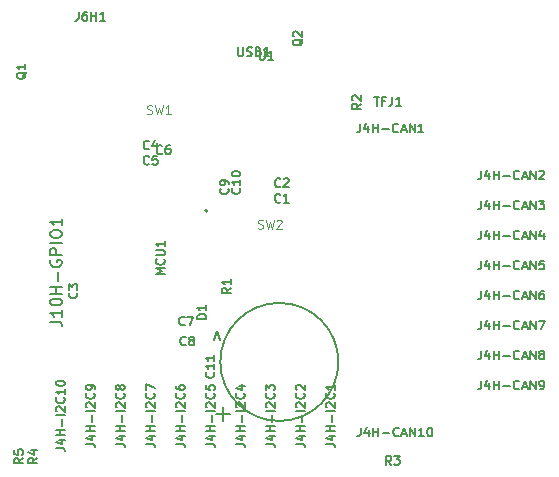
<source format=gto>
G04 (created by PCBNEW (25-Oct-2014 BZR 4029)-stable) date Sun 04 Oct 2015 01:48:44 PM EDT*
%MOIN*%
G04 Gerber Fmt 3.4, Leading zero omitted, Abs format*
%FSLAX34Y34*%
G01*
G70*
G90*
G04 APERTURE LIST*
%ADD10C,0.00590551*%
%ADD11C,0.00787402*%
%ADD12C,0.00492126*%
G04 APERTURE END LIST*
G54D10*
G54D11*
X75866Y-47165D02*
G75*
G03X75866Y-47165I-39J0D01*
G74*
G01*
G54D10*
X80236Y-52204D02*
G75*
G03X80236Y-52204I-1968J0D01*
G74*
G01*
X81425Y-43367D02*
X81594Y-43367D01*
X81510Y-43662D02*
X81510Y-43367D01*
X81791Y-43508D02*
X81692Y-43508D01*
X81692Y-43662D02*
X81692Y-43367D01*
X81833Y-43367D01*
X82030Y-43367D02*
X82030Y-43578D01*
X82016Y-43620D01*
X81988Y-43648D01*
X81946Y-43662D01*
X81917Y-43662D01*
X82325Y-43662D02*
X82156Y-43662D01*
X82241Y-43662D02*
X82241Y-43367D01*
X82213Y-43409D01*
X82185Y-43437D01*
X82156Y-43451D01*
X74450Y-49281D02*
X74154Y-49281D01*
X74365Y-49183D01*
X74154Y-49084D01*
X74450Y-49084D01*
X74422Y-48775D02*
X74436Y-48789D01*
X74450Y-48831D01*
X74450Y-48859D01*
X74436Y-48901D01*
X74408Y-48929D01*
X74379Y-48944D01*
X74323Y-48958D01*
X74281Y-48958D01*
X74225Y-48944D01*
X74197Y-48929D01*
X74169Y-48901D01*
X74154Y-48859D01*
X74154Y-48831D01*
X74169Y-48789D01*
X74183Y-48775D01*
X74154Y-48648D02*
X74393Y-48648D01*
X74422Y-48634D01*
X74436Y-48620D01*
X74450Y-48592D01*
X74450Y-48536D01*
X74436Y-48508D01*
X74422Y-48494D01*
X74393Y-48480D01*
X74154Y-48480D01*
X74450Y-48184D02*
X74450Y-48353D01*
X74450Y-48269D02*
X74154Y-48269D01*
X74197Y-48297D01*
X74225Y-48325D01*
X74239Y-48353D01*
G54D12*
X73858Y-43924D02*
X73900Y-43938D01*
X73970Y-43938D01*
X73998Y-43924D01*
X74012Y-43910D01*
X74026Y-43882D01*
X74026Y-43854D01*
X74012Y-43825D01*
X73998Y-43811D01*
X73970Y-43797D01*
X73914Y-43783D01*
X73886Y-43769D01*
X73872Y-43755D01*
X73858Y-43727D01*
X73858Y-43699D01*
X73872Y-43671D01*
X73886Y-43657D01*
X73914Y-43643D01*
X73984Y-43643D01*
X74026Y-43657D01*
X74125Y-43643D02*
X74195Y-43938D01*
X74251Y-43727D01*
X74308Y-43938D01*
X74378Y-43643D01*
X74645Y-43938D02*
X74476Y-43938D01*
X74561Y-43938D02*
X74561Y-43643D01*
X74533Y-43685D01*
X74505Y-43713D01*
X74476Y-43727D01*
X77559Y-47743D02*
X77601Y-47757D01*
X77671Y-47757D01*
X77699Y-47743D01*
X77713Y-47729D01*
X77727Y-47701D01*
X77727Y-47672D01*
X77713Y-47644D01*
X77699Y-47630D01*
X77671Y-47616D01*
X77615Y-47602D01*
X77587Y-47588D01*
X77573Y-47574D01*
X77559Y-47546D01*
X77559Y-47518D01*
X77573Y-47490D01*
X77587Y-47476D01*
X77615Y-47462D01*
X77685Y-47462D01*
X77727Y-47476D01*
X77826Y-47462D02*
X77896Y-47757D01*
X77952Y-47546D01*
X78008Y-47757D01*
X78079Y-47462D01*
X78177Y-47490D02*
X78191Y-47476D01*
X78219Y-47462D01*
X78290Y-47462D01*
X78318Y-47476D01*
X78332Y-47490D01*
X78346Y-47518D01*
X78346Y-47546D01*
X78332Y-47588D01*
X78163Y-47757D01*
X78346Y-47757D01*
G54D10*
X77609Y-41832D02*
X77609Y-42071D01*
X77623Y-42099D01*
X77637Y-42113D01*
X77665Y-42127D01*
X77722Y-42127D01*
X77750Y-42113D01*
X77764Y-42099D01*
X77778Y-42071D01*
X77778Y-41832D01*
X78073Y-42127D02*
X77904Y-42127D01*
X77989Y-42127D02*
X77989Y-41832D01*
X77961Y-41874D01*
X77933Y-41902D01*
X77904Y-41916D01*
X76888Y-41714D02*
X76888Y-41953D01*
X76902Y-41981D01*
X76916Y-41995D01*
X76944Y-42009D01*
X77000Y-42009D01*
X77028Y-41995D01*
X77043Y-41981D01*
X77057Y-41953D01*
X77057Y-41714D01*
X77183Y-41995D02*
X77225Y-42009D01*
X77296Y-42009D01*
X77324Y-41995D01*
X77338Y-41981D01*
X77352Y-41953D01*
X77352Y-41924D01*
X77338Y-41896D01*
X77324Y-41882D01*
X77296Y-41868D01*
X77239Y-41854D01*
X77211Y-41840D01*
X77197Y-41826D01*
X77183Y-41798D01*
X77183Y-41770D01*
X77197Y-41742D01*
X77211Y-41728D01*
X77239Y-41714D01*
X77310Y-41714D01*
X77352Y-41728D01*
X77577Y-41854D02*
X77619Y-41868D01*
X77633Y-41882D01*
X77647Y-41910D01*
X77647Y-41953D01*
X77633Y-41981D01*
X77619Y-41995D01*
X77591Y-42009D01*
X77478Y-42009D01*
X77478Y-41714D01*
X77577Y-41714D01*
X77605Y-41728D01*
X77619Y-41742D01*
X77633Y-41770D01*
X77633Y-41798D01*
X77619Y-41826D01*
X77605Y-41840D01*
X77577Y-41854D01*
X77478Y-41854D01*
X77928Y-42009D02*
X77760Y-42009D01*
X77844Y-42009D02*
X77844Y-41714D01*
X77816Y-41756D01*
X77788Y-41784D01*
X77760Y-41798D01*
X79045Y-41445D02*
X79031Y-41473D01*
X79003Y-41501D01*
X78960Y-41543D01*
X78946Y-41571D01*
X78946Y-41600D01*
X79017Y-41586D02*
X79003Y-41614D01*
X78974Y-41642D01*
X78918Y-41656D01*
X78820Y-41656D01*
X78764Y-41642D01*
X78735Y-41614D01*
X78721Y-41586D01*
X78721Y-41529D01*
X78735Y-41501D01*
X78764Y-41473D01*
X78820Y-41459D01*
X78918Y-41459D01*
X78974Y-41473D01*
X79003Y-41501D01*
X79017Y-41529D01*
X79017Y-41586D01*
X78750Y-41347D02*
X78735Y-41332D01*
X78721Y-41304D01*
X78721Y-41234D01*
X78735Y-41206D01*
X78750Y-41192D01*
X78778Y-41178D01*
X78806Y-41178D01*
X78848Y-41192D01*
X79017Y-41361D01*
X79017Y-41178D01*
X69832Y-42547D02*
X69818Y-42575D01*
X69790Y-42604D01*
X69748Y-42646D01*
X69734Y-42674D01*
X69734Y-42702D01*
X69804Y-42688D02*
X69790Y-42716D01*
X69762Y-42744D01*
X69706Y-42758D01*
X69607Y-42758D01*
X69551Y-42744D01*
X69523Y-42716D01*
X69509Y-42688D01*
X69509Y-42632D01*
X69523Y-42604D01*
X69551Y-42575D01*
X69607Y-42561D01*
X69706Y-42561D01*
X69762Y-42575D01*
X69790Y-42604D01*
X69804Y-42632D01*
X69804Y-42688D01*
X69804Y-42280D02*
X69804Y-42449D01*
X69804Y-42365D02*
X69509Y-42365D01*
X69551Y-42393D01*
X69579Y-42421D01*
X69593Y-42449D01*
X75828Y-50769D02*
X75532Y-50769D01*
X75532Y-50698D01*
X75546Y-50656D01*
X75575Y-50628D01*
X75603Y-50614D01*
X75659Y-50600D01*
X75701Y-50600D01*
X75757Y-50614D01*
X75785Y-50628D01*
X75814Y-50656D01*
X75828Y-50698D01*
X75828Y-50769D01*
X75828Y-50319D02*
X75828Y-50487D01*
X75828Y-50403D02*
X75532Y-50403D01*
X75575Y-50431D01*
X75603Y-50459D01*
X75617Y-50487D01*
X76077Y-51488D02*
X76190Y-51188D01*
X76302Y-51488D01*
X71574Y-40532D02*
X71574Y-40743D01*
X71560Y-40785D01*
X71532Y-40814D01*
X71490Y-40828D01*
X71462Y-40828D01*
X71841Y-40532D02*
X71785Y-40532D01*
X71757Y-40546D01*
X71743Y-40561D01*
X71715Y-40603D01*
X71701Y-40659D01*
X71701Y-40771D01*
X71715Y-40800D01*
X71729Y-40814D01*
X71757Y-40828D01*
X71813Y-40828D01*
X71841Y-40814D01*
X71856Y-40800D01*
X71870Y-40771D01*
X71870Y-40701D01*
X71856Y-40673D01*
X71841Y-40659D01*
X71813Y-40645D01*
X71757Y-40645D01*
X71729Y-40659D01*
X71715Y-40673D01*
X71701Y-40701D01*
X71996Y-40828D02*
X71996Y-40532D01*
X71996Y-40673D02*
X72165Y-40673D01*
X72165Y-40828D02*
X72165Y-40532D01*
X72460Y-40828D02*
X72291Y-40828D01*
X72376Y-40828D02*
X72376Y-40532D01*
X72348Y-40575D01*
X72320Y-40603D01*
X72291Y-40617D01*
X70824Y-55075D02*
X71035Y-55075D01*
X71077Y-55089D01*
X71105Y-55117D01*
X71119Y-55160D01*
X71119Y-55188D01*
X70922Y-54808D02*
X71119Y-54808D01*
X70810Y-54878D02*
X71021Y-54949D01*
X71021Y-54766D01*
X71119Y-54653D02*
X70824Y-54653D01*
X70964Y-54653D02*
X70964Y-54485D01*
X71119Y-54485D02*
X70824Y-54485D01*
X71007Y-54344D02*
X71007Y-54119D01*
X71119Y-53978D02*
X70824Y-53978D01*
X70852Y-53852D02*
X70838Y-53838D01*
X70824Y-53810D01*
X70824Y-53739D01*
X70838Y-53711D01*
X70852Y-53697D01*
X70880Y-53683D01*
X70908Y-53683D01*
X70950Y-53697D01*
X71119Y-53866D01*
X71119Y-53683D01*
X71091Y-53388D02*
X71105Y-53402D01*
X71119Y-53444D01*
X71119Y-53472D01*
X71105Y-53514D01*
X71077Y-53543D01*
X71049Y-53557D01*
X70992Y-53571D01*
X70950Y-53571D01*
X70894Y-53557D01*
X70866Y-53543D01*
X70838Y-53514D01*
X70824Y-53472D01*
X70824Y-53444D01*
X70838Y-53402D01*
X70852Y-53388D01*
X71119Y-53107D02*
X71119Y-53275D01*
X71119Y-53191D02*
X70824Y-53191D01*
X70866Y-53219D01*
X70894Y-53247D01*
X70908Y-53275D01*
X70824Y-52924D02*
X70824Y-52896D01*
X70838Y-52868D01*
X70852Y-52854D01*
X70880Y-52839D01*
X70936Y-52825D01*
X71007Y-52825D01*
X71063Y-52839D01*
X71091Y-52854D01*
X71105Y-52868D01*
X71119Y-52896D01*
X71119Y-52924D01*
X71105Y-52952D01*
X71091Y-52966D01*
X71063Y-52980D01*
X71007Y-52994D01*
X70936Y-52994D01*
X70880Y-52980D01*
X70852Y-52966D01*
X70838Y-52952D01*
X70824Y-52924D01*
X71824Y-54935D02*
X72035Y-54935D01*
X72077Y-54949D01*
X72105Y-54977D01*
X72119Y-55019D01*
X72119Y-55047D01*
X71922Y-54667D02*
X72119Y-54667D01*
X71810Y-54738D02*
X72021Y-54808D01*
X72021Y-54625D01*
X72119Y-54513D02*
X71824Y-54513D01*
X71964Y-54513D02*
X71964Y-54344D01*
X72119Y-54344D02*
X71824Y-54344D01*
X72007Y-54203D02*
X72007Y-53978D01*
X72119Y-53838D02*
X71824Y-53838D01*
X71852Y-53711D02*
X71838Y-53697D01*
X71824Y-53669D01*
X71824Y-53599D01*
X71838Y-53571D01*
X71852Y-53557D01*
X71880Y-53543D01*
X71908Y-53543D01*
X71950Y-53557D01*
X72119Y-53725D01*
X72119Y-53543D01*
X72091Y-53247D02*
X72105Y-53261D01*
X72119Y-53303D01*
X72119Y-53332D01*
X72105Y-53374D01*
X72077Y-53402D01*
X72049Y-53416D01*
X71992Y-53430D01*
X71950Y-53430D01*
X71894Y-53416D01*
X71866Y-53402D01*
X71838Y-53374D01*
X71824Y-53332D01*
X71824Y-53303D01*
X71838Y-53261D01*
X71852Y-53247D01*
X72119Y-53107D02*
X72119Y-53050D01*
X72105Y-53022D01*
X72091Y-53008D01*
X72049Y-52980D01*
X71992Y-52966D01*
X71880Y-52966D01*
X71852Y-52980D01*
X71838Y-52994D01*
X71824Y-53022D01*
X71824Y-53079D01*
X71838Y-53107D01*
X71852Y-53121D01*
X71880Y-53135D01*
X71950Y-53135D01*
X71978Y-53121D01*
X71992Y-53107D01*
X72007Y-53079D01*
X72007Y-53022D01*
X71992Y-52994D01*
X71978Y-52980D01*
X71950Y-52966D01*
X72824Y-54935D02*
X73035Y-54935D01*
X73077Y-54949D01*
X73105Y-54977D01*
X73119Y-55019D01*
X73119Y-55047D01*
X72922Y-54667D02*
X73119Y-54667D01*
X72810Y-54738D02*
X73021Y-54808D01*
X73021Y-54625D01*
X73119Y-54513D02*
X72824Y-54513D01*
X72964Y-54513D02*
X72964Y-54344D01*
X73119Y-54344D02*
X72824Y-54344D01*
X73007Y-54203D02*
X73007Y-53978D01*
X73119Y-53838D02*
X72824Y-53838D01*
X72852Y-53711D02*
X72838Y-53697D01*
X72824Y-53669D01*
X72824Y-53599D01*
X72838Y-53571D01*
X72852Y-53557D01*
X72880Y-53543D01*
X72908Y-53543D01*
X72950Y-53557D01*
X73119Y-53725D01*
X73119Y-53543D01*
X73091Y-53247D02*
X73105Y-53261D01*
X73119Y-53303D01*
X73119Y-53332D01*
X73105Y-53374D01*
X73077Y-53402D01*
X73049Y-53416D01*
X72992Y-53430D01*
X72950Y-53430D01*
X72894Y-53416D01*
X72866Y-53402D01*
X72838Y-53374D01*
X72824Y-53332D01*
X72824Y-53303D01*
X72838Y-53261D01*
X72852Y-53247D01*
X72950Y-53079D02*
X72936Y-53107D01*
X72922Y-53121D01*
X72894Y-53135D01*
X72880Y-53135D01*
X72852Y-53121D01*
X72838Y-53107D01*
X72824Y-53079D01*
X72824Y-53022D01*
X72838Y-52994D01*
X72852Y-52980D01*
X72880Y-52966D01*
X72894Y-52966D01*
X72922Y-52980D01*
X72936Y-52994D01*
X72950Y-53022D01*
X72950Y-53079D01*
X72964Y-53107D01*
X72978Y-53121D01*
X73007Y-53135D01*
X73063Y-53135D01*
X73091Y-53121D01*
X73105Y-53107D01*
X73119Y-53079D01*
X73119Y-53022D01*
X73105Y-52994D01*
X73091Y-52980D01*
X73063Y-52966D01*
X73007Y-52966D01*
X72978Y-52980D01*
X72964Y-52994D01*
X72950Y-53022D01*
X73824Y-54935D02*
X74035Y-54935D01*
X74077Y-54949D01*
X74105Y-54977D01*
X74119Y-55019D01*
X74119Y-55047D01*
X73922Y-54667D02*
X74119Y-54667D01*
X73810Y-54738D02*
X74021Y-54808D01*
X74021Y-54625D01*
X74119Y-54513D02*
X73824Y-54513D01*
X73964Y-54513D02*
X73964Y-54344D01*
X74119Y-54344D02*
X73824Y-54344D01*
X74007Y-54203D02*
X74007Y-53978D01*
X74119Y-53838D02*
X73824Y-53838D01*
X73852Y-53711D02*
X73838Y-53697D01*
X73824Y-53669D01*
X73824Y-53599D01*
X73838Y-53571D01*
X73852Y-53557D01*
X73880Y-53543D01*
X73908Y-53543D01*
X73950Y-53557D01*
X74119Y-53725D01*
X74119Y-53543D01*
X74091Y-53247D02*
X74105Y-53261D01*
X74119Y-53303D01*
X74119Y-53332D01*
X74105Y-53374D01*
X74077Y-53402D01*
X74049Y-53416D01*
X73992Y-53430D01*
X73950Y-53430D01*
X73894Y-53416D01*
X73866Y-53402D01*
X73838Y-53374D01*
X73824Y-53332D01*
X73824Y-53303D01*
X73838Y-53261D01*
X73852Y-53247D01*
X73824Y-53149D02*
X73824Y-52952D01*
X74119Y-53079D01*
X74824Y-54935D02*
X75035Y-54935D01*
X75077Y-54949D01*
X75105Y-54977D01*
X75119Y-55019D01*
X75119Y-55047D01*
X74922Y-54667D02*
X75119Y-54667D01*
X74810Y-54738D02*
X75021Y-54808D01*
X75021Y-54625D01*
X75119Y-54513D02*
X74824Y-54513D01*
X74964Y-54513D02*
X74964Y-54344D01*
X75119Y-54344D02*
X74824Y-54344D01*
X75007Y-54203D02*
X75007Y-53978D01*
X75119Y-53838D02*
X74824Y-53838D01*
X74852Y-53711D02*
X74838Y-53697D01*
X74824Y-53669D01*
X74824Y-53599D01*
X74838Y-53571D01*
X74852Y-53557D01*
X74880Y-53543D01*
X74908Y-53543D01*
X74950Y-53557D01*
X75119Y-53725D01*
X75119Y-53543D01*
X75091Y-53247D02*
X75105Y-53261D01*
X75119Y-53303D01*
X75119Y-53332D01*
X75105Y-53374D01*
X75077Y-53402D01*
X75049Y-53416D01*
X74992Y-53430D01*
X74950Y-53430D01*
X74894Y-53416D01*
X74866Y-53402D01*
X74838Y-53374D01*
X74824Y-53332D01*
X74824Y-53303D01*
X74838Y-53261D01*
X74852Y-53247D01*
X74824Y-52994D02*
X74824Y-53050D01*
X74838Y-53079D01*
X74852Y-53093D01*
X74894Y-53121D01*
X74950Y-53135D01*
X75063Y-53135D01*
X75091Y-53121D01*
X75105Y-53107D01*
X75119Y-53079D01*
X75119Y-53022D01*
X75105Y-52994D01*
X75091Y-52980D01*
X75063Y-52966D01*
X74992Y-52966D01*
X74964Y-52980D01*
X74950Y-52994D01*
X74936Y-53022D01*
X74936Y-53079D01*
X74950Y-53107D01*
X74964Y-53121D01*
X74992Y-53135D01*
X75824Y-54935D02*
X76035Y-54935D01*
X76077Y-54949D01*
X76105Y-54977D01*
X76119Y-55019D01*
X76119Y-55047D01*
X75922Y-54667D02*
X76119Y-54667D01*
X75810Y-54738D02*
X76021Y-54808D01*
X76021Y-54625D01*
X76119Y-54513D02*
X75824Y-54513D01*
X75964Y-54513D02*
X75964Y-54344D01*
X76119Y-54344D02*
X75824Y-54344D01*
X76007Y-54203D02*
X76007Y-53978D01*
X76119Y-53838D02*
X75824Y-53838D01*
X75852Y-53711D02*
X75838Y-53697D01*
X75824Y-53669D01*
X75824Y-53599D01*
X75838Y-53571D01*
X75852Y-53557D01*
X75880Y-53543D01*
X75908Y-53543D01*
X75950Y-53557D01*
X76119Y-53725D01*
X76119Y-53543D01*
X76091Y-53247D02*
X76105Y-53261D01*
X76119Y-53303D01*
X76119Y-53332D01*
X76105Y-53374D01*
X76077Y-53402D01*
X76049Y-53416D01*
X75992Y-53430D01*
X75950Y-53430D01*
X75894Y-53416D01*
X75866Y-53402D01*
X75838Y-53374D01*
X75824Y-53332D01*
X75824Y-53303D01*
X75838Y-53261D01*
X75852Y-53247D01*
X75824Y-52980D02*
X75824Y-53121D01*
X75964Y-53135D01*
X75950Y-53121D01*
X75936Y-53093D01*
X75936Y-53022D01*
X75950Y-52994D01*
X75964Y-52980D01*
X75992Y-52966D01*
X76063Y-52966D01*
X76091Y-52980D01*
X76105Y-52994D01*
X76119Y-53022D01*
X76119Y-53093D01*
X76105Y-53121D01*
X76091Y-53135D01*
X76824Y-54935D02*
X77035Y-54935D01*
X77077Y-54949D01*
X77105Y-54977D01*
X77119Y-55019D01*
X77119Y-55047D01*
X76922Y-54667D02*
X77119Y-54667D01*
X76810Y-54738D02*
X77021Y-54808D01*
X77021Y-54625D01*
X77119Y-54513D02*
X76824Y-54513D01*
X76964Y-54513D02*
X76964Y-54344D01*
X77119Y-54344D02*
X76824Y-54344D01*
X77007Y-54203D02*
X77007Y-53978D01*
X77119Y-53838D02*
X76824Y-53838D01*
X76852Y-53711D02*
X76838Y-53697D01*
X76824Y-53669D01*
X76824Y-53599D01*
X76838Y-53571D01*
X76852Y-53557D01*
X76880Y-53543D01*
X76908Y-53543D01*
X76950Y-53557D01*
X77119Y-53725D01*
X77119Y-53543D01*
X77091Y-53247D02*
X77105Y-53261D01*
X77119Y-53303D01*
X77119Y-53332D01*
X77105Y-53374D01*
X77077Y-53402D01*
X77049Y-53416D01*
X76992Y-53430D01*
X76950Y-53430D01*
X76894Y-53416D01*
X76866Y-53402D01*
X76838Y-53374D01*
X76824Y-53332D01*
X76824Y-53303D01*
X76838Y-53261D01*
X76852Y-53247D01*
X76922Y-52994D02*
X77119Y-52994D01*
X76810Y-53064D02*
X77021Y-53135D01*
X77021Y-52952D01*
X78824Y-54935D02*
X79035Y-54935D01*
X79077Y-54949D01*
X79105Y-54977D01*
X79119Y-55019D01*
X79119Y-55047D01*
X78922Y-54667D02*
X79119Y-54667D01*
X78810Y-54738D02*
X79021Y-54808D01*
X79021Y-54625D01*
X79119Y-54513D02*
X78824Y-54513D01*
X78964Y-54513D02*
X78964Y-54344D01*
X79119Y-54344D02*
X78824Y-54344D01*
X79007Y-54203D02*
X79007Y-53978D01*
X79119Y-53838D02*
X78824Y-53838D01*
X78852Y-53711D02*
X78838Y-53697D01*
X78824Y-53669D01*
X78824Y-53599D01*
X78838Y-53571D01*
X78852Y-53557D01*
X78880Y-53543D01*
X78908Y-53543D01*
X78950Y-53557D01*
X79119Y-53725D01*
X79119Y-53543D01*
X79091Y-53247D02*
X79105Y-53261D01*
X79119Y-53303D01*
X79119Y-53332D01*
X79105Y-53374D01*
X79077Y-53402D01*
X79049Y-53416D01*
X78992Y-53430D01*
X78950Y-53430D01*
X78894Y-53416D01*
X78866Y-53402D01*
X78838Y-53374D01*
X78824Y-53332D01*
X78824Y-53303D01*
X78838Y-53261D01*
X78852Y-53247D01*
X78852Y-53135D02*
X78838Y-53121D01*
X78824Y-53093D01*
X78824Y-53022D01*
X78838Y-52994D01*
X78852Y-52980D01*
X78880Y-52966D01*
X78908Y-52966D01*
X78950Y-52980D01*
X79119Y-53149D01*
X79119Y-52966D01*
X84994Y-45824D02*
X84994Y-46035D01*
X84980Y-46077D01*
X84952Y-46105D01*
X84910Y-46119D01*
X84882Y-46119D01*
X85261Y-45922D02*
X85261Y-46119D01*
X85191Y-45810D02*
X85121Y-46021D01*
X85303Y-46021D01*
X85416Y-46119D02*
X85416Y-45824D01*
X85416Y-45964D02*
X85585Y-45964D01*
X85585Y-46119D02*
X85585Y-45824D01*
X85725Y-46007D02*
X85950Y-46007D01*
X86260Y-46091D02*
X86246Y-46105D01*
X86203Y-46119D01*
X86175Y-46119D01*
X86133Y-46105D01*
X86105Y-46077D01*
X86091Y-46049D01*
X86077Y-45992D01*
X86077Y-45950D01*
X86091Y-45894D01*
X86105Y-45866D01*
X86133Y-45838D01*
X86175Y-45824D01*
X86203Y-45824D01*
X86246Y-45838D01*
X86260Y-45852D01*
X86372Y-46035D02*
X86513Y-46035D01*
X86344Y-46119D02*
X86442Y-45824D01*
X86541Y-46119D01*
X86639Y-46119D02*
X86639Y-45824D01*
X86808Y-46119D01*
X86808Y-45824D01*
X86935Y-45852D02*
X86949Y-45838D01*
X86977Y-45824D01*
X87047Y-45824D01*
X87075Y-45838D01*
X87089Y-45852D01*
X87103Y-45880D01*
X87103Y-45908D01*
X87089Y-45950D01*
X86920Y-46119D01*
X87103Y-46119D01*
X84994Y-46824D02*
X84994Y-47035D01*
X84980Y-47077D01*
X84952Y-47105D01*
X84910Y-47119D01*
X84882Y-47119D01*
X85261Y-46922D02*
X85261Y-47119D01*
X85191Y-46810D02*
X85121Y-47021D01*
X85303Y-47021D01*
X85416Y-47119D02*
X85416Y-46824D01*
X85416Y-46964D02*
X85585Y-46964D01*
X85585Y-47119D02*
X85585Y-46824D01*
X85725Y-47007D02*
X85950Y-47007D01*
X86260Y-47091D02*
X86246Y-47105D01*
X86203Y-47119D01*
X86175Y-47119D01*
X86133Y-47105D01*
X86105Y-47077D01*
X86091Y-47049D01*
X86077Y-46992D01*
X86077Y-46950D01*
X86091Y-46894D01*
X86105Y-46866D01*
X86133Y-46838D01*
X86175Y-46824D01*
X86203Y-46824D01*
X86246Y-46838D01*
X86260Y-46852D01*
X86372Y-47035D02*
X86513Y-47035D01*
X86344Y-47119D02*
X86442Y-46824D01*
X86541Y-47119D01*
X86639Y-47119D02*
X86639Y-46824D01*
X86808Y-47119D01*
X86808Y-46824D01*
X86920Y-46824D02*
X87103Y-46824D01*
X87005Y-46936D01*
X87047Y-46936D01*
X87075Y-46950D01*
X87089Y-46964D01*
X87103Y-46992D01*
X87103Y-47063D01*
X87089Y-47091D01*
X87075Y-47105D01*
X87047Y-47119D01*
X86963Y-47119D01*
X86935Y-47105D01*
X86920Y-47091D01*
X80963Y-44257D02*
X80963Y-44468D01*
X80949Y-44510D01*
X80920Y-44538D01*
X80878Y-44552D01*
X80850Y-44552D01*
X81230Y-44355D02*
X81230Y-44552D01*
X81160Y-44243D02*
X81089Y-44454D01*
X81272Y-44454D01*
X81384Y-44552D02*
X81384Y-44257D01*
X81384Y-44397D02*
X81553Y-44397D01*
X81553Y-44552D02*
X81553Y-44257D01*
X81694Y-44440D02*
X81919Y-44440D01*
X82228Y-44524D02*
X82214Y-44538D01*
X82172Y-44552D01*
X82144Y-44552D01*
X82102Y-44538D01*
X82073Y-44510D01*
X82059Y-44482D01*
X82045Y-44426D01*
X82045Y-44383D01*
X82059Y-44327D01*
X82073Y-44299D01*
X82102Y-44271D01*
X82144Y-44257D01*
X82172Y-44257D01*
X82214Y-44271D01*
X82228Y-44285D01*
X82341Y-44468D02*
X82481Y-44468D01*
X82312Y-44552D02*
X82411Y-44257D01*
X82509Y-44552D01*
X82608Y-44552D02*
X82608Y-44257D01*
X82776Y-44552D01*
X82776Y-44257D01*
X83072Y-44552D02*
X82903Y-44552D01*
X82987Y-44552D02*
X82987Y-44257D01*
X82959Y-44299D01*
X82931Y-44327D01*
X82903Y-44341D01*
X84994Y-47824D02*
X84994Y-48035D01*
X84980Y-48077D01*
X84952Y-48105D01*
X84910Y-48119D01*
X84882Y-48119D01*
X85261Y-47922D02*
X85261Y-48119D01*
X85191Y-47810D02*
X85121Y-48021D01*
X85303Y-48021D01*
X85416Y-48119D02*
X85416Y-47824D01*
X85416Y-47964D02*
X85585Y-47964D01*
X85585Y-48119D02*
X85585Y-47824D01*
X85725Y-48007D02*
X85950Y-48007D01*
X86260Y-48091D02*
X86246Y-48105D01*
X86203Y-48119D01*
X86175Y-48119D01*
X86133Y-48105D01*
X86105Y-48077D01*
X86091Y-48049D01*
X86077Y-47992D01*
X86077Y-47950D01*
X86091Y-47894D01*
X86105Y-47866D01*
X86133Y-47838D01*
X86175Y-47824D01*
X86203Y-47824D01*
X86246Y-47838D01*
X86260Y-47852D01*
X86372Y-48035D02*
X86513Y-48035D01*
X86344Y-48119D02*
X86442Y-47824D01*
X86541Y-48119D01*
X86639Y-48119D02*
X86639Y-47824D01*
X86808Y-48119D01*
X86808Y-47824D01*
X87075Y-47922D02*
X87075Y-48119D01*
X87005Y-47810D02*
X86935Y-48021D01*
X87117Y-48021D01*
X84994Y-48824D02*
X84994Y-49035D01*
X84980Y-49077D01*
X84952Y-49105D01*
X84910Y-49119D01*
X84882Y-49119D01*
X85261Y-48922D02*
X85261Y-49119D01*
X85191Y-48810D02*
X85121Y-49021D01*
X85303Y-49021D01*
X85416Y-49119D02*
X85416Y-48824D01*
X85416Y-48964D02*
X85585Y-48964D01*
X85585Y-49119D02*
X85585Y-48824D01*
X85725Y-49007D02*
X85950Y-49007D01*
X86260Y-49091D02*
X86246Y-49105D01*
X86203Y-49119D01*
X86175Y-49119D01*
X86133Y-49105D01*
X86105Y-49077D01*
X86091Y-49049D01*
X86077Y-48992D01*
X86077Y-48950D01*
X86091Y-48894D01*
X86105Y-48866D01*
X86133Y-48838D01*
X86175Y-48824D01*
X86203Y-48824D01*
X86246Y-48838D01*
X86260Y-48852D01*
X86372Y-49035D02*
X86513Y-49035D01*
X86344Y-49119D02*
X86442Y-48824D01*
X86541Y-49119D01*
X86639Y-49119D02*
X86639Y-48824D01*
X86808Y-49119D01*
X86808Y-48824D01*
X87089Y-48824D02*
X86949Y-48824D01*
X86935Y-48964D01*
X86949Y-48950D01*
X86977Y-48936D01*
X87047Y-48936D01*
X87075Y-48950D01*
X87089Y-48964D01*
X87103Y-48992D01*
X87103Y-49063D01*
X87089Y-49091D01*
X87075Y-49105D01*
X87047Y-49119D01*
X86977Y-49119D01*
X86949Y-49105D01*
X86935Y-49091D01*
X84994Y-49824D02*
X84994Y-50035D01*
X84980Y-50077D01*
X84952Y-50105D01*
X84910Y-50119D01*
X84882Y-50119D01*
X85261Y-49922D02*
X85261Y-50119D01*
X85191Y-49810D02*
X85121Y-50021D01*
X85303Y-50021D01*
X85416Y-50119D02*
X85416Y-49824D01*
X85416Y-49964D02*
X85585Y-49964D01*
X85585Y-50119D02*
X85585Y-49824D01*
X85725Y-50007D02*
X85950Y-50007D01*
X86260Y-50091D02*
X86246Y-50105D01*
X86203Y-50119D01*
X86175Y-50119D01*
X86133Y-50105D01*
X86105Y-50077D01*
X86091Y-50049D01*
X86077Y-49992D01*
X86077Y-49950D01*
X86091Y-49894D01*
X86105Y-49866D01*
X86133Y-49838D01*
X86175Y-49824D01*
X86203Y-49824D01*
X86246Y-49838D01*
X86260Y-49852D01*
X86372Y-50035D02*
X86513Y-50035D01*
X86344Y-50119D02*
X86442Y-49824D01*
X86541Y-50119D01*
X86639Y-50119D02*
X86639Y-49824D01*
X86808Y-50119D01*
X86808Y-49824D01*
X87075Y-49824D02*
X87019Y-49824D01*
X86991Y-49838D01*
X86977Y-49852D01*
X86949Y-49894D01*
X86935Y-49950D01*
X86935Y-50063D01*
X86949Y-50091D01*
X86963Y-50105D01*
X86991Y-50119D01*
X87047Y-50119D01*
X87075Y-50105D01*
X87089Y-50091D01*
X87103Y-50063D01*
X87103Y-49992D01*
X87089Y-49964D01*
X87075Y-49950D01*
X87047Y-49936D01*
X86991Y-49936D01*
X86963Y-49950D01*
X86949Y-49964D01*
X86935Y-49992D01*
X84994Y-50824D02*
X84994Y-51035D01*
X84980Y-51077D01*
X84952Y-51105D01*
X84910Y-51119D01*
X84882Y-51119D01*
X85261Y-50922D02*
X85261Y-51119D01*
X85191Y-50810D02*
X85121Y-51021D01*
X85303Y-51021D01*
X85416Y-51119D02*
X85416Y-50824D01*
X85416Y-50964D02*
X85585Y-50964D01*
X85585Y-51119D02*
X85585Y-50824D01*
X85725Y-51007D02*
X85950Y-51007D01*
X86260Y-51091D02*
X86246Y-51105D01*
X86203Y-51119D01*
X86175Y-51119D01*
X86133Y-51105D01*
X86105Y-51077D01*
X86091Y-51049D01*
X86077Y-50992D01*
X86077Y-50950D01*
X86091Y-50894D01*
X86105Y-50866D01*
X86133Y-50838D01*
X86175Y-50824D01*
X86203Y-50824D01*
X86246Y-50838D01*
X86260Y-50852D01*
X86372Y-51035D02*
X86513Y-51035D01*
X86344Y-51119D02*
X86442Y-50824D01*
X86541Y-51119D01*
X86639Y-51119D02*
X86639Y-50824D01*
X86808Y-51119D01*
X86808Y-50824D01*
X86920Y-50824D02*
X87117Y-50824D01*
X86991Y-51119D01*
X84994Y-51824D02*
X84994Y-52035D01*
X84980Y-52077D01*
X84952Y-52105D01*
X84910Y-52119D01*
X84882Y-52119D01*
X85261Y-51922D02*
X85261Y-52119D01*
X85191Y-51810D02*
X85121Y-52021D01*
X85303Y-52021D01*
X85416Y-52119D02*
X85416Y-51824D01*
X85416Y-51964D02*
X85585Y-51964D01*
X85585Y-52119D02*
X85585Y-51824D01*
X85725Y-52007D02*
X85950Y-52007D01*
X86260Y-52091D02*
X86246Y-52105D01*
X86203Y-52119D01*
X86175Y-52119D01*
X86133Y-52105D01*
X86105Y-52077D01*
X86091Y-52049D01*
X86077Y-51992D01*
X86077Y-51950D01*
X86091Y-51894D01*
X86105Y-51866D01*
X86133Y-51838D01*
X86175Y-51824D01*
X86203Y-51824D01*
X86246Y-51838D01*
X86260Y-51852D01*
X86372Y-52035D02*
X86513Y-52035D01*
X86344Y-52119D02*
X86442Y-51824D01*
X86541Y-52119D01*
X86639Y-52119D02*
X86639Y-51824D01*
X86808Y-52119D01*
X86808Y-51824D01*
X86991Y-51950D02*
X86963Y-51936D01*
X86949Y-51922D01*
X86935Y-51894D01*
X86935Y-51880D01*
X86949Y-51852D01*
X86963Y-51838D01*
X86991Y-51824D01*
X87047Y-51824D01*
X87075Y-51838D01*
X87089Y-51852D01*
X87103Y-51880D01*
X87103Y-51894D01*
X87089Y-51922D01*
X87075Y-51936D01*
X87047Y-51950D01*
X86991Y-51950D01*
X86963Y-51964D01*
X86949Y-51978D01*
X86935Y-52007D01*
X86935Y-52063D01*
X86949Y-52091D01*
X86963Y-52105D01*
X86991Y-52119D01*
X87047Y-52119D01*
X87075Y-52105D01*
X87089Y-52091D01*
X87103Y-52063D01*
X87103Y-52007D01*
X87089Y-51978D01*
X87075Y-51964D01*
X87047Y-51950D01*
X84994Y-52824D02*
X84994Y-53035D01*
X84980Y-53077D01*
X84952Y-53105D01*
X84910Y-53119D01*
X84882Y-53119D01*
X85261Y-52922D02*
X85261Y-53119D01*
X85191Y-52810D02*
X85121Y-53021D01*
X85303Y-53021D01*
X85416Y-53119D02*
X85416Y-52824D01*
X85416Y-52964D02*
X85585Y-52964D01*
X85585Y-53119D02*
X85585Y-52824D01*
X85725Y-53007D02*
X85950Y-53007D01*
X86260Y-53091D02*
X86246Y-53105D01*
X86203Y-53119D01*
X86175Y-53119D01*
X86133Y-53105D01*
X86105Y-53077D01*
X86091Y-53049D01*
X86077Y-52992D01*
X86077Y-52950D01*
X86091Y-52894D01*
X86105Y-52866D01*
X86133Y-52838D01*
X86175Y-52824D01*
X86203Y-52824D01*
X86246Y-52838D01*
X86260Y-52852D01*
X86372Y-53035D02*
X86513Y-53035D01*
X86344Y-53119D02*
X86442Y-52824D01*
X86541Y-53119D01*
X86639Y-53119D02*
X86639Y-52824D01*
X86808Y-53119D01*
X86808Y-52824D01*
X86963Y-53119D02*
X87019Y-53119D01*
X87047Y-53105D01*
X87061Y-53091D01*
X87089Y-53049D01*
X87103Y-52992D01*
X87103Y-52880D01*
X87089Y-52852D01*
X87075Y-52838D01*
X87047Y-52824D01*
X86991Y-52824D01*
X86963Y-52838D01*
X86949Y-52852D01*
X86935Y-52880D01*
X86935Y-52950D01*
X86949Y-52978D01*
X86963Y-52992D01*
X86991Y-53007D01*
X87047Y-53007D01*
X87075Y-52992D01*
X87089Y-52978D01*
X87103Y-52950D01*
X80980Y-54391D02*
X80980Y-54602D01*
X80965Y-54644D01*
X80937Y-54672D01*
X80895Y-54686D01*
X80867Y-54686D01*
X81247Y-54489D02*
X81247Y-54686D01*
X81176Y-54377D02*
X81106Y-54588D01*
X81289Y-54588D01*
X81401Y-54686D02*
X81401Y-54391D01*
X81401Y-54531D02*
X81570Y-54531D01*
X81570Y-54686D02*
X81570Y-54391D01*
X81711Y-54573D02*
X81936Y-54573D01*
X82245Y-54658D02*
X82231Y-54672D01*
X82189Y-54686D01*
X82161Y-54686D01*
X82118Y-54672D01*
X82090Y-54644D01*
X82076Y-54616D01*
X82062Y-54559D01*
X82062Y-54517D01*
X82076Y-54461D01*
X82090Y-54433D01*
X82118Y-54405D01*
X82161Y-54391D01*
X82189Y-54391D01*
X82231Y-54405D01*
X82245Y-54419D01*
X82357Y-54602D02*
X82498Y-54602D01*
X82329Y-54686D02*
X82428Y-54391D01*
X82526Y-54686D01*
X82625Y-54686D02*
X82625Y-54391D01*
X82793Y-54686D01*
X82793Y-54391D01*
X83089Y-54686D02*
X82920Y-54686D01*
X83004Y-54686D02*
X83004Y-54391D01*
X82976Y-54433D01*
X82948Y-54461D01*
X82920Y-54475D01*
X83271Y-54391D02*
X83300Y-54391D01*
X83328Y-54405D01*
X83342Y-54419D01*
X83356Y-54447D01*
X83370Y-54503D01*
X83370Y-54573D01*
X83356Y-54630D01*
X83342Y-54658D01*
X83328Y-54672D01*
X83300Y-54686D01*
X83271Y-54686D01*
X83243Y-54672D01*
X83229Y-54658D01*
X83215Y-54630D01*
X83201Y-54573D01*
X83201Y-54503D01*
X83215Y-54447D01*
X83229Y-54419D01*
X83243Y-54405D01*
X83271Y-54391D01*
X77824Y-54935D02*
X78035Y-54935D01*
X78077Y-54949D01*
X78105Y-54977D01*
X78119Y-55019D01*
X78119Y-55047D01*
X77922Y-54667D02*
X78119Y-54667D01*
X77810Y-54738D02*
X78021Y-54808D01*
X78021Y-54625D01*
X78119Y-54513D02*
X77824Y-54513D01*
X77964Y-54513D02*
X77964Y-54344D01*
X78119Y-54344D02*
X77824Y-54344D01*
X78007Y-54203D02*
X78007Y-53978D01*
X78119Y-53838D02*
X77824Y-53838D01*
X77852Y-53711D02*
X77838Y-53697D01*
X77824Y-53669D01*
X77824Y-53599D01*
X77838Y-53571D01*
X77852Y-53557D01*
X77880Y-53543D01*
X77908Y-53543D01*
X77950Y-53557D01*
X78119Y-53725D01*
X78119Y-53543D01*
X78091Y-53247D02*
X78105Y-53261D01*
X78119Y-53303D01*
X78119Y-53332D01*
X78105Y-53374D01*
X78077Y-53402D01*
X78049Y-53416D01*
X77992Y-53430D01*
X77950Y-53430D01*
X77894Y-53416D01*
X77866Y-53402D01*
X77838Y-53374D01*
X77824Y-53332D01*
X77824Y-53303D01*
X77838Y-53261D01*
X77852Y-53247D01*
X77824Y-53149D02*
X77824Y-52966D01*
X77936Y-53064D01*
X77936Y-53022D01*
X77950Y-52994D01*
X77964Y-52980D01*
X77992Y-52966D01*
X78063Y-52966D01*
X78091Y-52980D01*
X78105Y-52994D01*
X78119Y-53022D01*
X78119Y-53107D01*
X78105Y-53135D01*
X78091Y-53149D01*
X79824Y-54935D02*
X80035Y-54935D01*
X80077Y-54949D01*
X80105Y-54977D01*
X80119Y-55019D01*
X80119Y-55047D01*
X79922Y-54667D02*
X80119Y-54667D01*
X79810Y-54738D02*
X80021Y-54808D01*
X80021Y-54625D01*
X80119Y-54513D02*
X79824Y-54513D01*
X79964Y-54513D02*
X79964Y-54344D01*
X80119Y-54344D02*
X79824Y-54344D01*
X80007Y-54203D02*
X80007Y-53978D01*
X80119Y-53838D02*
X79824Y-53838D01*
X79852Y-53711D02*
X79838Y-53697D01*
X79824Y-53669D01*
X79824Y-53599D01*
X79838Y-53571D01*
X79852Y-53557D01*
X79880Y-53543D01*
X79908Y-53543D01*
X79950Y-53557D01*
X80119Y-53725D01*
X80119Y-53543D01*
X80091Y-53247D02*
X80105Y-53261D01*
X80119Y-53303D01*
X80119Y-53332D01*
X80105Y-53374D01*
X80077Y-53402D01*
X80049Y-53416D01*
X79992Y-53430D01*
X79950Y-53430D01*
X79894Y-53416D01*
X79866Y-53402D01*
X79838Y-53374D01*
X79824Y-53332D01*
X79824Y-53303D01*
X79838Y-53261D01*
X79852Y-53247D01*
X80119Y-52966D02*
X80119Y-53135D01*
X80119Y-53050D02*
X79824Y-53050D01*
X79866Y-53079D01*
X79894Y-53107D01*
X79908Y-53135D01*
X70631Y-50862D02*
X70913Y-50862D01*
X70969Y-50881D01*
X71006Y-50918D01*
X71025Y-50974D01*
X71025Y-51012D01*
X71025Y-50468D02*
X71025Y-50693D01*
X71025Y-50581D02*
X70631Y-50581D01*
X70688Y-50618D01*
X70725Y-50656D01*
X70744Y-50693D01*
X70631Y-50224D02*
X70631Y-50187D01*
X70650Y-50149D01*
X70669Y-50131D01*
X70706Y-50112D01*
X70781Y-50093D01*
X70875Y-50093D01*
X70950Y-50112D01*
X70988Y-50131D01*
X71006Y-50149D01*
X71025Y-50187D01*
X71025Y-50224D01*
X71006Y-50262D01*
X70988Y-50281D01*
X70950Y-50299D01*
X70875Y-50318D01*
X70781Y-50318D01*
X70706Y-50299D01*
X70669Y-50281D01*
X70650Y-50262D01*
X70631Y-50224D01*
X71025Y-49925D02*
X70631Y-49925D01*
X70819Y-49925D02*
X70819Y-49700D01*
X71025Y-49700D02*
X70631Y-49700D01*
X70875Y-49512D02*
X70875Y-49212D01*
X70650Y-48818D02*
X70631Y-48856D01*
X70631Y-48912D01*
X70650Y-48968D01*
X70688Y-49006D01*
X70725Y-49025D01*
X70800Y-49043D01*
X70856Y-49043D01*
X70931Y-49025D01*
X70969Y-49006D01*
X71006Y-48968D01*
X71025Y-48912D01*
X71025Y-48875D01*
X71006Y-48818D01*
X70988Y-48800D01*
X70856Y-48800D01*
X70856Y-48875D01*
X71025Y-48631D02*
X70631Y-48631D01*
X70631Y-48481D01*
X70650Y-48443D01*
X70669Y-48425D01*
X70706Y-48406D01*
X70763Y-48406D01*
X70800Y-48425D01*
X70819Y-48443D01*
X70838Y-48481D01*
X70838Y-48631D01*
X71025Y-48237D02*
X70631Y-48237D01*
X70631Y-47975D02*
X70631Y-47900D01*
X70650Y-47862D01*
X70688Y-47825D01*
X70763Y-47806D01*
X70894Y-47806D01*
X70969Y-47825D01*
X71006Y-47862D01*
X71025Y-47900D01*
X71025Y-47975D01*
X71006Y-48012D01*
X70969Y-48050D01*
X70894Y-48068D01*
X70763Y-48068D01*
X70688Y-48050D01*
X70650Y-48012D01*
X70631Y-47975D01*
X71025Y-47431D02*
X71025Y-47656D01*
X71025Y-47544D02*
X70631Y-47544D01*
X70688Y-47581D01*
X70725Y-47619D01*
X70744Y-47656D01*
X70198Y-55403D02*
X70057Y-55501D01*
X70198Y-55572D02*
X69902Y-55572D01*
X69902Y-55459D01*
X69917Y-55431D01*
X69931Y-55417D01*
X69959Y-55403D01*
X70001Y-55403D01*
X70029Y-55417D01*
X70043Y-55431D01*
X70057Y-55459D01*
X70057Y-55572D01*
X70001Y-55150D02*
X70198Y-55150D01*
X69888Y-55220D02*
X70099Y-55291D01*
X70099Y-55108D01*
X69725Y-55403D02*
X69585Y-55501D01*
X69725Y-55572D02*
X69430Y-55572D01*
X69430Y-55459D01*
X69444Y-55431D01*
X69458Y-55417D01*
X69486Y-55403D01*
X69528Y-55403D01*
X69557Y-55417D01*
X69571Y-55431D01*
X69585Y-55459D01*
X69585Y-55572D01*
X69430Y-55136D02*
X69430Y-55276D01*
X69571Y-55291D01*
X69557Y-55276D01*
X69543Y-55248D01*
X69543Y-55178D01*
X69557Y-55150D01*
X69571Y-55136D01*
X69599Y-55122D01*
X69669Y-55122D01*
X69697Y-55136D01*
X69711Y-55150D01*
X69725Y-55178D01*
X69725Y-55248D01*
X69711Y-55276D01*
X69697Y-55291D01*
X76654Y-49734D02*
X76514Y-49832D01*
X76654Y-49902D02*
X76359Y-49902D01*
X76359Y-49790D01*
X76373Y-49762D01*
X76387Y-49748D01*
X76415Y-49734D01*
X76458Y-49734D01*
X76486Y-49748D01*
X76500Y-49762D01*
X76514Y-49790D01*
X76514Y-49902D01*
X76654Y-49453D02*
X76654Y-49621D01*
X76654Y-49537D02*
X76359Y-49537D01*
X76401Y-49565D01*
X76429Y-49593D01*
X76444Y-49621D01*
X75147Y-51626D02*
X75133Y-51640D01*
X75091Y-51654D01*
X75063Y-51654D01*
X75021Y-51640D01*
X74992Y-51612D01*
X74978Y-51584D01*
X74964Y-51528D01*
X74964Y-51486D01*
X74978Y-51429D01*
X74992Y-51401D01*
X75021Y-51373D01*
X75063Y-51359D01*
X75091Y-51359D01*
X75133Y-51373D01*
X75147Y-51387D01*
X75316Y-51486D02*
X75288Y-51472D01*
X75274Y-51458D01*
X75260Y-51429D01*
X75260Y-51415D01*
X75274Y-51387D01*
X75288Y-51373D01*
X75316Y-51359D01*
X75372Y-51359D01*
X75400Y-51373D01*
X75414Y-51387D01*
X75428Y-51415D01*
X75428Y-51429D01*
X75414Y-51458D01*
X75400Y-51472D01*
X75372Y-51486D01*
X75316Y-51486D01*
X75288Y-51500D01*
X75274Y-51514D01*
X75260Y-51542D01*
X75260Y-51598D01*
X75274Y-51626D01*
X75288Y-51640D01*
X75316Y-51654D01*
X75372Y-51654D01*
X75400Y-51640D01*
X75414Y-51626D01*
X75428Y-51598D01*
X75428Y-51542D01*
X75414Y-51514D01*
X75400Y-51500D01*
X75372Y-51486D01*
X75108Y-50957D02*
X75094Y-50971D01*
X75052Y-50985D01*
X75023Y-50985D01*
X74981Y-50971D01*
X74953Y-50943D01*
X74939Y-50915D01*
X74925Y-50859D01*
X74925Y-50816D01*
X74939Y-50760D01*
X74953Y-50732D01*
X74981Y-50704D01*
X75023Y-50690D01*
X75052Y-50690D01*
X75094Y-50704D01*
X75108Y-50718D01*
X75206Y-50690D02*
X75403Y-50690D01*
X75276Y-50985D01*
X71508Y-49891D02*
X71522Y-49905D01*
X71536Y-49947D01*
X71536Y-49976D01*
X71522Y-50018D01*
X71494Y-50046D01*
X71466Y-50060D01*
X71410Y-50074D01*
X71368Y-50074D01*
X71311Y-50060D01*
X71283Y-50046D01*
X71255Y-50018D01*
X71241Y-49976D01*
X71241Y-49947D01*
X71255Y-49905D01*
X71269Y-49891D01*
X71241Y-49793D02*
X71241Y-49610D01*
X71354Y-49708D01*
X71354Y-49666D01*
X71368Y-49638D01*
X71382Y-49624D01*
X71410Y-49610D01*
X71480Y-49610D01*
X71508Y-49624D01*
X71522Y-49638D01*
X71536Y-49666D01*
X71536Y-49751D01*
X71522Y-49779D01*
X71508Y-49793D01*
X73927Y-45603D02*
X73913Y-45617D01*
X73870Y-45631D01*
X73842Y-45631D01*
X73800Y-45617D01*
X73772Y-45589D01*
X73758Y-45561D01*
X73744Y-45504D01*
X73744Y-45462D01*
X73758Y-45406D01*
X73772Y-45378D01*
X73800Y-45350D01*
X73842Y-45336D01*
X73870Y-45336D01*
X73913Y-45350D01*
X73927Y-45364D01*
X74194Y-45336D02*
X74053Y-45336D01*
X74039Y-45476D01*
X74053Y-45462D01*
X74081Y-45448D01*
X74152Y-45448D01*
X74180Y-45462D01*
X74194Y-45476D01*
X74208Y-45504D01*
X74208Y-45575D01*
X74194Y-45603D01*
X74180Y-45617D01*
X74152Y-45631D01*
X74081Y-45631D01*
X74053Y-45617D01*
X74039Y-45603D01*
X73927Y-45091D02*
X73913Y-45105D01*
X73870Y-45119D01*
X73842Y-45119D01*
X73800Y-45105D01*
X73772Y-45077D01*
X73758Y-45049D01*
X73744Y-44992D01*
X73744Y-44950D01*
X73758Y-44894D01*
X73772Y-44866D01*
X73800Y-44838D01*
X73842Y-44824D01*
X73870Y-44824D01*
X73913Y-44838D01*
X73927Y-44852D01*
X74180Y-44922D02*
X74180Y-45119D01*
X74109Y-44810D02*
X74039Y-45021D01*
X74222Y-45021D01*
X74360Y-45248D02*
X74346Y-45262D01*
X74303Y-45276D01*
X74275Y-45276D01*
X74233Y-45262D01*
X74205Y-45234D01*
X74191Y-45206D01*
X74177Y-45150D01*
X74177Y-45108D01*
X74191Y-45052D01*
X74205Y-45023D01*
X74233Y-44995D01*
X74275Y-44981D01*
X74303Y-44981D01*
X74346Y-44995D01*
X74360Y-45009D01*
X74613Y-44981D02*
X74557Y-44981D01*
X74528Y-44995D01*
X74514Y-45009D01*
X74486Y-45052D01*
X74472Y-45108D01*
X74472Y-45220D01*
X74486Y-45248D01*
X74500Y-45262D01*
X74528Y-45276D01*
X74585Y-45276D01*
X74613Y-45262D01*
X74627Y-45248D01*
X74641Y-45220D01*
X74641Y-45150D01*
X74627Y-45122D01*
X74613Y-45108D01*
X74585Y-45094D01*
X74528Y-45094D01*
X74500Y-45108D01*
X74486Y-45122D01*
X74472Y-45150D01*
X76941Y-46410D02*
X76955Y-46424D01*
X76969Y-46466D01*
X76969Y-46494D01*
X76955Y-46536D01*
X76927Y-46564D01*
X76899Y-46579D01*
X76843Y-46593D01*
X76801Y-46593D01*
X76744Y-46579D01*
X76716Y-46564D01*
X76688Y-46536D01*
X76674Y-46494D01*
X76674Y-46466D01*
X76688Y-46424D01*
X76702Y-46410D01*
X76969Y-46129D02*
X76969Y-46297D01*
X76969Y-46213D02*
X76674Y-46213D01*
X76716Y-46241D01*
X76744Y-46269D01*
X76758Y-46297D01*
X76674Y-45946D02*
X76674Y-45918D01*
X76688Y-45890D01*
X76702Y-45875D01*
X76730Y-45861D01*
X76787Y-45847D01*
X76857Y-45847D01*
X76913Y-45861D01*
X76941Y-45875D01*
X76955Y-45890D01*
X76969Y-45918D01*
X76969Y-45946D01*
X76955Y-45974D01*
X76941Y-45988D01*
X76913Y-46002D01*
X76857Y-46016D01*
X76787Y-46016D01*
X76730Y-46002D01*
X76702Y-45988D01*
X76688Y-45974D01*
X76674Y-45946D01*
X76548Y-46427D02*
X76562Y-46441D01*
X76576Y-46483D01*
X76576Y-46511D01*
X76562Y-46553D01*
X76534Y-46581D01*
X76505Y-46595D01*
X76449Y-46609D01*
X76407Y-46609D01*
X76351Y-46595D01*
X76323Y-46581D01*
X76294Y-46553D01*
X76280Y-46511D01*
X76280Y-46483D01*
X76294Y-46441D01*
X76309Y-46427D01*
X76576Y-46286D02*
X76576Y-46230D01*
X76562Y-46202D01*
X76548Y-46188D01*
X76505Y-46160D01*
X76449Y-46145D01*
X76337Y-46145D01*
X76309Y-46160D01*
X76294Y-46174D01*
X76280Y-46202D01*
X76280Y-46258D01*
X76294Y-46286D01*
X76309Y-46300D01*
X76337Y-46314D01*
X76407Y-46314D01*
X76435Y-46300D01*
X76449Y-46286D01*
X76463Y-46258D01*
X76463Y-46202D01*
X76449Y-46174D01*
X76435Y-46160D01*
X76407Y-46145D01*
X81998Y-55631D02*
X81899Y-55490D01*
X81829Y-55631D02*
X81829Y-55336D01*
X81941Y-55336D01*
X81969Y-55350D01*
X81983Y-55364D01*
X81998Y-55392D01*
X81998Y-55434D01*
X81983Y-55462D01*
X81969Y-55476D01*
X81941Y-55490D01*
X81829Y-55490D01*
X82096Y-55336D02*
X82279Y-55336D01*
X82180Y-55448D01*
X82223Y-55448D01*
X82251Y-55462D01*
X82265Y-55476D01*
X82279Y-55504D01*
X82279Y-55575D01*
X82265Y-55603D01*
X82251Y-55617D01*
X82223Y-55631D01*
X82138Y-55631D01*
X82110Y-55617D01*
X82096Y-55603D01*
X80985Y-43592D02*
X80845Y-43690D01*
X80985Y-43761D02*
X80690Y-43761D01*
X80690Y-43648D01*
X80704Y-43620D01*
X80718Y-43606D01*
X80746Y-43592D01*
X80788Y-43592D01*
X80816Y-43606D01*
X80830Y-43620D01*
X80845Y-43648D01*
X80845Y-43761D01*
X80718Y-43480D02*
X80704Y-43465D01*
X80690Y-43437D01*
X80690Y-43367D01*
X80704Y-43339D01*
X80718Y-43325D01*
X80746Y-43311D01*
X80774Y-43311D01*
X80816Y-43325D01*
X80985Y-43494D01*
X80985Y-43311D01*
X78297Y-46351D02*
X78283Y-46365D01*
X78241Y-46379D01*
X78212Y-46379D01*
X78170Y-46365D01*
X78142Y-46337D01*
X78128Y-46309D01*
X78114Y-46252D01*
X78114Y-46210D01*
X78128Y-46154D01*
X78142Y-46126D01*
X78170Y-46098D01*
X78212Y-46084D01*
X78241Y-46084D01*
X78283Y-46098D01*
X78297Y-46112D01*
X78409Y-46112D02*
X78423Y-46098D01*
X78451Y-46084D01*
X78522Y-46084D01*
X78550Y-46098D01*
X78564Y-46112D01*
X78578Y-46140D01*
X78578Y-46168D01*
X78564Y-46210D01*
X78395Y-46379D01*
X78578Y-46379D01*
X78297Y-46863D02*
X78283Y-46877D01*
X78241Y-46891D01*
X78212Y-46891D01*
X78170Y-46877D01*
X78142Y-46848D01*
X78128Y-46820D01*
X78114Y-46764D01*
X78114Y-46722D01*
X78128Y-46666D01*
X78142Y-46638D01*
X78170Y-46609D01*
X78212Y-46595D01*
X78241Y-46595D01*
X78283Y-46609D01*
X78297Y-46624D01*
X78578Y-46891D02*
X78409Y-46891D01*
X78494Y-46891D02*
X78494Y-46595D01*
X78465Y-46638D01*
X78437Y-46666D01*
X78409Y-46680D01*
X76075Y-52552D02*
X76089Y-52566D01*
X76103Y-52608D01*
X76103Y-52636D01*
X76089Y-52678D01*
X76061Y-52706D01*
X76033Y-52720D01*
X75977Y-52734D01*
X75935Y-52734D01*
X75878Y-52720D01*
X75850Y-52706D01*
X75822Y-52678D01*
X75808Y-52636D01*
X75808Y-52608D01*
X75822Y-52566D01*
X75836Y-52552D01*
X76103Y-52270D02*
X76103Y-52439D01*
X76103Y-52355D02*
X75808Y-52355D01*
X75850Y-52383D01*
X75878Y-52411D01*
X75892Y-52439D01*
X76103Y-51989D02*
X76103Y-52158D01*
X76103Y-52073D02*
X75808Y-52073D01*
X75850Y-52102D01*
X75878Y-52130D01*
X75892Y-52158D01*
X76392Y-54161D02*
X76392Y-53712D01*
X76616Y-53937D02*
X76167Y-53937D01*
M02*

</source>
